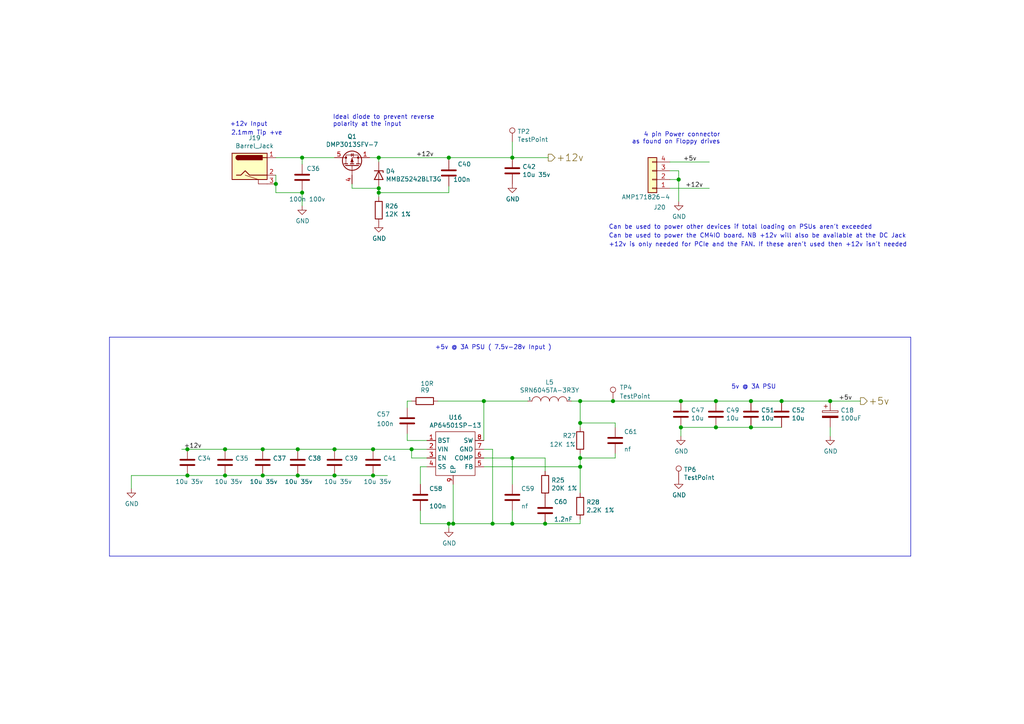
<source format=kicad_sch>
(kicad_sch (version 20211123) (generator eeschema)
  (paper "A4")
  (title_block (title "Compute Module 4 IO Board - PSUs") (company "© 2020-2022 Raspberry Pi Ltd (formerly Raspberry Pi (Trading) Ltd.)") (comment 1 "www.raspberrypi.com"))
  (lib_symbols
    (symbol "CM4IO:AP64351"
      (property "Reference" "U" (at 0 8.89 0))
      (property "Value" "AP64351" (at 1.27 6.35 0))
      (symbol "AP64351_0_1"
        (rectangle (start -5.08 5.08) (end 6.35 -7.62))
      )
      (symbol "AP64351_1_1"
        (pin passive line (at -7.62 2.54 0) (length 2.54) (name "BST") (number "1"))
        (pin power_in line (at -7.62 0 0) (length 2.54) (name "VIN") (number "2"))
        (pin input line (at -7.62 -2.54 0) (length 2.54) (name "EN") (number "3"))
        (pin input line (at -7.62 -5.08 0) (length 2.54) (name "SS") (number "4"))
        (pin input line (at 8.89 -5.08 180) (length 2.54) (name "FB") (number "5"))
        (pin input line (at 8.89 -2.54 180) (length 2.54) (name "COMP") (number "6"))
        (pin power_in line (at 8.89 0 180) (length 2.54) (name "GND") (number "7"))
        (pin output line (at 8.89 2.54 180) (length 2.54) (name "SW") (number "8"))
        (pin passive line (at 0 -10.16 90) (length 2.54) (name "EP") (number "9"))
      )
    )
    (symbol "CM4IO:Barrel_Jack"
      (property "Reference" "J" (at 0 5.334 0))
      (property "Value" "Barrel_Jack" (at 0 -5.08 0))
      (symbol "Barrel_Jack_0_1"
        (rectangle (start -5.08 3.81) (end 5.08 -3.81) (stroke (width 0.254)) (fill (type background)))
        (arc (start -3.302 3.175) (mid -3.937 2.54) (end -3.302 1.905) (stroke (width 0.254)))
        (arc (start -3.302 3.175) (mid -3.937 2.54) (end -3.302 1.905) (stroke (width 0.254)) (fill (type outline)))
        (polyline (pts (xy 5.08 2.54) (xy 3.81 2.54)) (stroke (width 0.254)))
        (polyline (pts (xy 5.08 -5.08) (xy 2.54 -5.08) (xy 2.54 -3.81) (xy -1.27 -2.54)))
        (polyline (pts (xy -3.81 -2.54) (xy -2.54 -2.54) (xy -1.27 -1.27) (xy 0 -2.54) (xy 2.54 -2.54) (xy 5.08 -2.54)) (stroke (width 0.254)))
        (rectangle (start 3.683 3.175) (end -3.302 1.905) (stroke (width 0.254)) (fill (type outline)))
      )
      (symbol "Barrel_Jack_1_1"
        (pin passive line (at 7.62 2.54 180) (length 2.54) (name "~") (number "1"))
        (pin passive line (at 7.62 -2.54 180) (length 2.54) (name "~") (number "2"))
        (pin passive line (at 7.62 -5.08 180) (length 2.54) (name "~") (number "3"))
      )
    )
    (symbol "Connector:TestPoint" (pin_numbers hide) (pin_names (offset 0.762) hide)
      (property "Reference" "TP" (at 0 6.858 0))
      (property "Value" "TestPoint" (at 0 5.08 0))
      (symbol "TestPoint_0_1"
        (circle (center 0 3.302) (radius 0.762))
      )
      (symbol "TestPoint_1_1"
        (pin passive line (at 0 0 90) (length 2.54) (name "1") (number "1"))
      )
    )
    (symbol "Connector_Generic:Conn_01x04" (pin_names hide)
      (property "Reference" "J" (at 0 5.08 0))
      (property "Value" "Conn_01x04" (at 0 -7.62 0))
      (symbol "Conn_01x04_1_1"
        (rectangle (start -1.27 -4.953) (end 0 -5.207))
        (rectangle (start -1.27 -2.413) (end 0 -2.667))
        (rectangle (start -1.27 0.127) (end 0 -0.127))
        (rectangle (start -1.27 2.667) (end 0 2.413))
        (rectangle (start -1.27 3.81) (end 1.27 -6.35) (stroke (width 0.254)) (fill (type background)))
        (pin passive line (at -5.08 2.54 0) (length 3.81) (name "Pin_1") (number "1"))
        (pin passive line (at -5.08 0 0) (length 3.81) (name "Pin_2") (number "2"))
        (pin passive line (at -5.08 -2.54 0) (length 3.81) (name "Pin_3") (number "3"))
        (pin passive line (at -5.08 -5.08 0) (length 3.81) (name "Pin_4") (number "4"))
      )
    )
    (symbol "Device:C" (pin_numbers hide) (pin_names (offset 0.254))
      (property "Reference" "C" (at 0.635 2.54 0))
      (property "Value" "C" (at 0.635 -2.54 0))
      (symbol "C_0_1"
        (polyline (pts (xy -2.032 -0.762) (xy 2.032 -0.762)) (stroke (width 0.508)))
        (polyline (pts (xy -2.032 0.762) (xy 2.032 0.762)) (stroke (width 0.508)))
      )
      (symbol "C_1_1"
        (pin passive line (at 0 3.81 270) (length 2.794) (name "~") (number "1"))
        (pin passive line (at 0 -3.81 90) (length 2.794) (name "~") (number "2"))
      )
    )
    (symbol "Device:CP" (pin_numbers hide) (pin_names (offset 0.254))
      (property "Reference" "C" (at 0.635 2.54 0))
      (property "Value" "CP" (at 0.635 -2.54 0))
      (symbol "CP_0_1"
        (rectangle (start -2.286 0.508) (end 2.286 1.016))
        (polyline (pts (xy -1.778 2.286) (xy -0.762 2.286)))
        (polyline (pts (xy -1.27 2.794) (xy -1.27 1.778)))
        (rectangle (start 2.286 -0.508) (end -2.286 -1.016) (fill (type outline)))
      )
      (symbol "CP_1_1"
        (pin passive line (at 0 3.81 270) (length 2.794) (name "~") (number "1"))
        (pin passive line (at 0 -3.81 90) (length 2.794) (name "~") (number "2"))
      )
    )
    (symbol "Device:R" (pin_numbers hide) (pin_names (offset 0))
      (property "Reference" "R" (at 2.032 0 90))
      (property "Value" "R" (at 0 0 90))
      (symbol "R_0_1"
        (rectangle (start -1.016 -2.54) (end 1.016 2.54) (stroke (width 0.254)))
      )
      (symbol "R_1_1"
        (pin passive line (at 0 3.81 270) (length 1.27) (name "~") (number "1"))
        (pin passive line (at 0 -3.81 90) (length 1.27) (name "~") (number "2"))
      )
    )
    (symbol "Diode:BZX84Cxx" (pin_numbers hide) (pin_names hide)
      (property "Reference" "D" (at 0 2.54 0))
      (property "Value" "BZX84Cxx" (at 0 -2.54 0))
      (symbol "BZX84Cxx_0_1"
        (polyline (pts (xy 1.27 0) (xy -1.27 0)))
        (polyline (pts (xy -1.27 -1.27) (xy -1.27 1.27) (xy -0.762 1.27)) (stroke (width 0.254)))
        (polyline (pts (xy 1.27 -1.27) (xy 1.27 1.27) (xy -1.27 0) (xy 1.27 -1.27)) (stroke (width 0.254)))
      )
      (symbol "BZX84Cxx_1_1"
        (pin passive line (at -3.81 0 0) (length 2.54) (name "K") (number "1"))
        (pin passive line (at 3.81 0 180) (length 2.54) (name "A") (number "2"))
      )
    )
    (symbol "Transistor_FET:DMP3013SFV" (pin_names hide)
      (property "Reference" "Q" (at 5.08 1.905 0))
      (property "Value" "DMP3013SFV" (at 5.08 0 0))
      (symbol "DMP3013SFV_0_1"
        (polyline (pts (xy 0.254 0) (xy -2.54 0)))
        (polyline (pts (xy 0.254 1.905) (xy 0.254 -1.905)) (stroke (width 0.254)))
        (polyline (pts (xy 0.762 -1.27) (xy 0.762 -2.286)) (stroke (width 0.254)))
        (polyline (pts (xy 0.762 0.508) (xy 0.762 -0.508)) (stroke (width 0.254)))
        (polyline (pts (xy 0.762 2.286) (xy 0.762 1.27)) (stroke (width 0.254)))
        (polyline (pts (xy 2.54 2.54) (xy 2.54 1.778)))
        (polyline (pts (xy 2.54 -2.54) (xy 2.54 0) (xy 0.762 0)))
        (polyline (pts (xy 0.762 1.778) (xy 3.302 1.778) (xy 3.302 -1.778) (xy 0.762 -1.778)))
        (polyline (pts (xy 2.286 0) (xy 1.27 0.381) (xy 1.27 -0.381) (xy 2.286 0)) (fill (type outline)))
        (polyline (pts (xy 2.794 -0.508) (xy 2.921 -0.381) (xy 3.683 -0.381) (xy 3.81 -0.254)))
        (polyline (pts (xy 3.302 -0.381) (xy 2.921 0.254) (xy 3.683 0.254) (xy 3.302 -0.381)))
        (circle (center 1.651 0) (radius 2.794) (stroke (width 0.254)))
        (circle (center 2.54 -1.778) (radius 0.254) (fill (type outline)))
        (circle (center 2.54 1.778) (radius 0.254) (fill (type outline)))
      )
      (symbol "DMP3013SFV_1_1"
        (pin passive line (at 2.54 -5.08 90) (length 2.54) (name "S") (number "1"))
        (pin passive line (at 2.54 -5.08 90) (length 2.54) hide (name "S") (number "2"))
        (pin passive line (at 2.54 -5.08 90) (length 2.54) hide (name "S") (number "3"))
        (pin passive line (at -5.08 0 0) (length 2.54) (name "G") (number "4"))
        (pin passive line (at 2.54 5.08 270) (length 2.54) (name "D") (number "5"))
      )
    )
    (symbol "power:GND" (power) (pin_names (offset 0))
      (property "Value" "GND" (at 0 -3.81 0))
      (symbol "GND_0_1"
        (polyline (pts (xy 0 0) (xy 0 -1.27) (xy 1.27 -1.27) (xy 0 -2.54) (xy -1.27 -1.27) (xy 0 -1.27)))
      )
      (symbol "GND_1_1"
        (pin power_in line (at 0 0 270) (length 0) hide (name "GND") (number "1"))
      )
    )
    (symbol "pspice:INDUCTOR" (pin_numbers hide) (pin_names (offset 0))
      (property "Reference" "L" (at 0 2.54 0))
      (property "Value" "INDUCTOR" (at 0 -1.27 0))
      (symbol "INDUCTOR_0_1"
        (arc (start -2.54 0) (mid -3.81 1.27) (end -5.08 0))
        (arc (start 0 0) (mid -1.27 1.27) (end -2.54 0))
        (arc (start 2.54 0) (mid 1.27 1.27) (end 0 0))
        (arc (start 5.08 0) (mid 3.81 1.27) (end 2.54 0))
      )
      (symbol "INDUCTOR_1_1"
        (pin input line (at -6.35 0 0) (length 1.27) (name "1") (number "1"))
        (pin input line (at 6.35 0 180) (length 1.27) (name "2") (number "2"))
      )
    )
  )
  (junction (at 76.2 130.302) (diameter 1.016))
  (junction (at 108.204 130.302) (diameter 1.016))
  (junction (at 140.335 116.332) (diameter 1.016))
  (junction (at 226.695 116.332) (diameter 1.016))
  (junction (at 142.875 151.892) (diameter 1.016))
  (junction (at 131.445 151.892) (diameter 1.016))
  (junction (at 130.175 45.72) (diameter 1.016))
  (junction (at 207.645 123.952) (diameter 1.016))
  (junction (at 76.2 137.922) (diameter 1.016))
  (junction (at 109.855 54.61) (diameter 1.016))
  (junction (at 148.59 45.72) (diameter 1.016))
  (junction (at 240.792 116.332) (diameter 1.016))
  (junction (at 80.01 53.34) (diameter 1.016))
  (junction (at 207.645 116.332) (diameter 1.016))
  (junction (at 109.855 45.72) (diameter 1.016))
  (junction (at 168.275 135.382) (diameter 1.016))
  (junction (at 97.028 130.302) (diameter 1.016))
  (junction (at 97.028 137.922) (diameter 1.016))
  (junction (at 108.204 137.922) (diameter 1.016))
  (junction (at 54.356 130.302) (diameter 1.016))
  (junction (at 168.275 116.332) (diameter 1.016))
  (junction (at 168.275 122.682) (diameter 1.016))
  (junction (at 158.115 151.892) (diameter 1.016))
  (junction (at 148.59 151.892) (diameter 1.016))
  (junction (at 197.485 116.332) (diameter 1.016))
  (junction (at 130.175 151.892) (diameter 1.016))
  (junction (at 177.8 116.332) (diameter 1.016))
  (junction (at 196.85 52.07) (diameter 1.016))
  (junction (at 148.59 132.842) (diameter 1.016))
  (junction (at 217.805 116.332) (diameter 1.016))
  (junction (at 119.38 130.302) (diameter 1.016))
  (junction (at 87.63 45.72) (diameter 1.016))
  (junction (at 65.278 130.302) (diameter 1.016))
  (junction (at 86.36 137.922) (diameter 1.016))
  (junction (at 54.356 137.922) (diameter 1.016))
  (junction (at 65.278 137.922) (diameter 1.016))
  (junction (at 109.855 55.88) (diameter 1.016))
  (junction (at 86.36 130.302) (diameter 1.016))
  (junction (at 197.485 123.952) (diameter 1.016))
  (junction (at 217.805 123.952) (diameter 1.016))
  (junction (at 168.275 132.842) (diameter 1.016))
  (junction (at 87.63 55.88) (diameter 1.016))
  (polyline (pts (xy 264.16 161.29) (xy 31.75 161.29)) (stroke (width 0) (type solid)))
  (wire (pts (xy 108.204 130.302) (xy 119.38 130.302)))
  (wire (pts (xy 148.59 151.892) (xy 158.115 151.892)))
  (polyline (pts (xy 31.75 97.79) (xy 264.16 97.79)) (stroke (width 0) (type solid)))
  (wire (pts (xy 194.31 49.53) (xy 196.85 49.53)))
  (wire (pts (xy 142.875 151.892) (xy 148.59 151.892)))
  (wire (pts (xy 131.445 140.462) (xy 131.445 151.892)))
  (wire (pts (xy 118.11 116.332) (xy 119.38 116.332)))
  (polyline (pts (xy 264.16 97.79) (xy 264.16 161.29)) (stroke (width 0) (type solid)))
  (wire (pts (xy 118.11 127.762) (xy 123.825 127.762)))
  (wire (pts (xy 109.855 45.72) (xy 130.175 45.72)))
  (wire (pts (xy 226.695 123.952) (xy 217.805 123.952)))
  (wire (pts (xy 158.115 151.892) (xy 168.275 151.892)))
  (wire (pts (xy 76.2 137.922) (xy 86.36 137.922)))
  (wire (pts (xy 97.028 137.922) (xy 108.204 137.922)))
  (wire (pts (xy 197.485 116.332) (xy 207.645 116.332)))
  (wire (pts (xy 148.59 148.082) (xy 148.59 151.892)))
  (wire (pts (xy 197.485 123.952) (xy 197.485 126.492)))
  (wire (pts (xy 140.335 135.382) (xy 168.275 135.382)))
  (wire (pts (xy 80.01 55.88) (xy 87.63 55.88)))
  (wire (pts (xy 65.278 137.922) (xy 76.2 137.922)))
  (wire (pts (xy 118.11 125.857) (xy 118.11 127.762)))
  (wire (pts (xy 119.38 130.302) (xy 123.825 130.302)))
  (wire (pts (xy 196.85 52.07) (xy 196.85 58.42)))
  (wire (pts (xy 165.735 116.332) (xy 168.275 116.332)))
  (wire (pts (xy 148.59 45.72) (xy 159.004 45.72)))
  (wire (pts (xy 86.36 130.302) (xy 97.028 130.302)))
  (wire (pts (xy 130.175 45.72) (xy 148.59 45.72)))
  (wire (pts (xy 168.275 122.682) (xy 178.435 122.682)))
  (wire (pts (xy 142.875 130.302) (xy 142.875 151.892)))
  (wire (pts (xy 217.805 116.332) (xy 226.695 116.332)))
  (wire (pts (xy 194.31 54.61) (xy 205.74 54.61)))
  (wire (pts (xy 240.792 116.332) (xy 249.555 116.332)))
  (wire (pts (xy 118.11 118.237) (xy 118.11 116.332)))
  (wire (pts (xy 148.59 41.148) (xy 148.59 45.72)))
  (wire (pts (xy 65.278 130.302) (xy 76.2 130.302)))
  (wire (pts (xy 140.335 130.302) (xy 142.875 130.302)))
  (wire (pts (xy 158.115 136.652) (xy 158.115 132.842)))
  (wire (pts (xy 119.38 132.842) (xy 123.825 132.842)))
  (wire (pts (xy 168.275 132.842) (xy 178.435 132.842)))
  (wire (pts (xy 196.85 49.53) (xy 196.85 52.07)))
  (wire (pts (xy 109.855 55.88) (xy 130.175 55.88)))
  (wire (pts (xy 121.92 151.892) (xy 130.175 151.892)))
  (wire (pts (xy 168.275 151.892) (xy 168.275 150.622)))
  (wire (pts (xy 109.855 54.61) (xy 109.855 55.88)))
  (wire (pts (xy 168.275 135.382) (xy 168.275 143.002)))
  (wire (pts (xy 168.275 116.332) (xy 177.8 116.332)))
  (wire (pts (xy 102.108 53.34) (xy 102.108 54.61)))
  (wire (pts (xy 131.445 151.892) (xy 142.875 151.892)))
  (wire (pts (xy 177.8 116.332) (xy 197.485 116.332)))
  (wire (pts (xy 87.63 45.72) (xy 97.028 45.72)))
  (wire (pts (xy 97.028 130.302) (xy 108.204 130.302)))
  (wire (pts (xy 107.188 45.72) (xy 109.855 45.72)))
  (wire (pts (xy 119.38 130.302) (xy 119.38 132.842)))
  (wire (pts (xy 168.275 131.572) (xy 168.275 132.842)))
  (wire (pts (xy 130.175 55.88) (xy 130.175 53.975)))
  (wire (pts (xy 140.335 116.332) (xy 153.035 116.332)))
  (wire (pts (xy 217.805 123.952) (xy 207.645 123.952)))
  (wire (pts (xy 207.645 123.952) (xy 197.485 123.952)))
  (wire (pts (xy 80.01 53.34) (xy 80.01 50.8)))
  (wire (pts (xy 86.36 137.922) (xy 97.028 137.922)))
  (wire (pts (xy 52.705 130.302) (xy 54.356 130.302)))
  (wire (pts (xy 76.2 130.302) (xy 86.36 130.302)))
  (wire (pts (xy 127 116.332) (xy 140.335 116.332)))
  (wire (pts (xy 54.356 130.302) (xy 65.278 130.302)))
  (wire (pts (xy 140.335 132.842) (xy 148.59 132.842)))
  (wire (pts (xy 130.175 45.72) (xy 130.175 46.355)))
  (wire (pts (xy 87.63 55.88) (xy 87.63 59.69)))
  (wire (pts (xy 109.855 45.72) (xy 109.855 46.99)))
  (wire (pts (xy 80.01 45.72) (xy 87.63 45.72)))
  (wire (pts (xy 38.1 137.922) (xy 54.356 137.922)))
  (wire (pts (xy 87.63 55.245) (xy 87.63 55.88)))
  (wire (pts (xy 109.855 55.88) (xy 109.855 57.15)))
  (wire (pts (xy 168.275 122.682) (xy 168.275 123.952)))
  (wire (pts (xy 121.92 148.082) (xy 121.92 151.892)))
  (wire (pts (xy 178.435 132.842) (xy 178.435 131.572)))
  (wire (pts (xy 130.175 153.162) (xy 130.175 151.892)))
  (wire (pts (xy 38.1 137.922) (xy 38.1 141.732)))
  (wire (pts (xy 123.825 135.382) (xy 121.92 135.382)))
  (polyline (pts (xy 31.75 97.79) (xy 31.75 161.29)) (stroke (width 0) (type solid)))
  (wire (pts (xy 102.108 54.61) (xy 109.855 54.61)))
  (wire (pts (xy 54.356 137.922) (xy 65.278 137.922)))
  (wire (pts (xy 80.01 55.88) (xy 80.01 53.34)))
  (wire (pts (xy 87.63 45.72) (xy 87.63 47.625)))
  (wire (pts (xy 168.275 132.842) (xy 168.275 135.382)))
  (wire (pts (xy 226.695 116.332) (xy 240.792 116.332)))
  (wire (pts (xy 194.31 46.99) (xy 205.74 46.99)))
  (wire (pts (xy 108.204 137.922) (xy 112.395 137.922)))
  (wire (pts (xy 121.92 135.382) (xy 121.92 140.462)))
  (wire (pts (xy 148.59 132.842) (xy 148.59 140.462)))
  (wire (pts (xy 240.792 123.952) (xy 240.792 126.492)))
  (wire (pts (xy 140.335 116.332) (xy 140.335 127.762)))
  (wire (pts (xy 168.275 116.332) (xy 168.275 122.682)))
  (wire (pts (xy 130.175 151.892) (xy 131.445 151.892)))
  (wire (pts (xy 194.31 52.07) (xy 196.85 52.07)))
  (wire (pts (xy 178.435 122.682) (xy 178.435 123.952)))
  (wire (pts (xy 207.645 116.332) (xy 217.805 116.332)))
  (wire (pts (xy 148.59 132.842) (xy 158.115 132.842)))
  (text "+12v Input" (at 66.675 36.83 0) (effects (font (size 1.27 1.27)) (justify left bottom)))
  (text "Can be used to power other devices if total loading on PSUs aren't exceeded" (at 176.53 66.675 0) (effects (font (size 1.27 1.27)) (justify left bottom)))
  (text "5v @ 3A PSU\n" (at 212.09 113.03 0) (effects (font (size 1.27 1.27)) (justify left bottom)))
  (text "+12v is only needed for PCIe and the FAN. If these aren't used then +12v isn't needed" (at 176.53 71.755 0) (effects (font (size 1.27 1.27)) (justify left bottom)))
  (text "Can be used to power the CM4IO board. NB +12v will also be available at the DC Jack" (at 176.53 69.215 0) (effects (font (size 1.27 1.27)) (justify left bottom)))
  (text "2.1mm Tip +ve" (at 81.915 39.37 180) (effects (font (size 1.27 1.27)) (justify right bottom)))
  (text "Ideal diode to prevent reverse\npolarity at the input" (at 96.52 36.83 0) (effects (font (size 1.27 1.27)) (justify left bottom)))
  (text "4 pin Power connector\nas found on Floppy drives" (at 208.915 41.91 180) (effects (font (size 1.27 1.27)) (justify right bottom)))
  (text "+5v @ 3A PSU ( 7.5v-28v Input )" (at 160.02 101.6 180) (effects (font (size 1.27 1.27)) (justify right bottom)))
  (label "+5v" (at 243.205 116.332 0))
  (label "+12v" (at 198.755 54.61 0))
  (label "+12v" (at 120.65 45.72 0))
  (label "+5v" (at 198.12 46.99 0))
  (label "+12v" (at 53.34 130.302 0))
  (hierarchical_label "+12v" (shape output) (at 159.004 45.72 0) (effects (font (size 2.0066 2.0066))))
  (hierarchical_label "+5v" (shape output) (at 249.555 116.332 0) (effects (font (size 2.0066 2.0066))))
  (symbol (lib_id "power:GND") (at 148.59 53.34 0) (unit 1)
    (property "Reference" "#PWR043" (effects hide))
    (property "Value" "GND" (at 148.717 57.7342 0))
  )
  (symbol (lib_id "power:GND") (at 87.63 59.69 0) (unit 1)
    (property "Reference" "#PWR041" (effects hide))
    (property "Value" "GND" (at 87.757 64.0842 0))
  )
  (symbol (lib_id "Device:C") (at 197.485 120.142 0) (unit 1)
    (property "Reference" "C47" (at 200.406 118.9736 0) (effects (justify left)))
    (property "Value" "10u" (at 200.406 121.285 0) (effects (justify left)))
    (property "Footprint" "Capacitor_SMD:C_0805_2012Metric" (effects hide))
    (property "Datasheet" "https://search.murata.co.jp/Ceramy/image/img/A01X/G101/ENG/GRM21BR71A106KA73-01.pdf" (effects hide))
    (property "Field5" "490-14381-1-ND" (effects hide))
    (property "Field4" "Digikey" (effects hide))
    (property "Field6" "GRM21BR71A106KA73L" (effects hide))
    (property "Field7" "Murata" (effects hide))
    (property "Part Description" "	10uF 10% 10V Ceramic Capacitor X7R 0805 (2012 Metric)" (effects hide))
    (property "Field8" "111893011" (effects hide))
  )
  (symbol (lib_id "Device:C") (at 207.645 120.142 0) (unit 1)
    (property "Reference" "C49" (at 210.566 118.9736 0) (effects (justify left)))
    (property "Value" "10u" (at 210.566 121.285 0) (effects (justify left)))
    (property "Footprint" "Capacitor_SMD:C_0805_2012Metric" (effects hide))
    (property "Datasheet" "https://search.murata.co.jp/Ceramy/image/img/A01X/G101/ENG/GRM21BR71A106KA73-01.pdf" (effects hide))
    (property "Field5" "490-14381-1-ND" (effects hide))
    (property "Field4" "Digikey" (effects hide))
    (property "Field6" "GRM21BR71A106KA73L" (effects hide))
    (property "Field7" "Murata" (effects hide))
    (property "Part Description" "	10uF 10% 10V Ceramic Capacitor X7R 0805 (2012 Metric)" (effects hide))
    (property "Field8" "111893011" (effects hide))
  )
  (symbol (lib_id "Device:C") (at 217.805 120.142 0) (unit 1)
    (property "Reference" "C51" (at 220.726 118.9736 0) (effects (justify left)))
    (property "Value" "10u" (at 220.726 121.285 0) (effects (justify left)))
    (property "Footprint" "Capacitor_SMD:C_0805_2012Metric" (effects hide))
    (property "Datasheet" "https://search.murata.co.jp/Ceramy/image/img/A01X/G101/ENG/GRM21BR71A106KA73-01.pdf" (effects hide))
    (property "Field5" "490-14381-1-ND" (effects hide))
    (property "Field4" "Digikey" (effects hide))
    (property "Field6" "GRM21BR71A106KA73L" (effects hide))
    (property "Field7" "Murata" (effects hide))
    (property "Part Description" "	10uF 10% 10V Ceramic Capacitor X7R 0805 (2012 Metric)" (effects hide))
    (property "Field8" "111893011" (effects hide))
  )
  (symbol (lib_id "Device:C") (at 226.695 120.142 0) (unit 1)
    (property "Reference" "C52" (at 229.616 118.9736 0) (effects (justify left)))
    (property "Value" "10u" (at 229.616 121.285 0) (effects (justify left)))
    (property "Footprint" "Capacitor_SMD:C_0805_2012Metric" (effects hide))
    (property "Datasheet" "https://search.murata.co.jp/Ceramy/image/img/A01X/G101/ENG/GRM21BR71A106KA73-01.pdf" (effects hide))
    (property "Field5" "490-14381-1-ND" (effects hide))
    (property "Field4" "Digikey" (effects hide))
    (property "Field6" "GRM21BR71A106KA73L" (effects hide))
    (property "Field7" "Murata" (effects hide))
    (property "Part Description" "	10uF 10% 10V Ceramic Capacitor X7R 0805 (2012 Metric)" (effects hide))
    (property "Field8" "111893011" (effects hide))
  )
  (symbol (lib_id "Device:C") (at 87.63 51.435 0) (unit 1)
    (property "Reference" "C36" (at 88.9 48.895 0) (effects (justify left)))
    (property "Value" "100n 100v" (at 83.82 57.785 0) (effects (justify left)))
    (property "Footprint" "Capacitor_SMD:C_0402_1005Metric" (effects hide))
    (property "Datasheet" "https://psearch.en.murata.com/capacitor/product/GRM155R62A104KE14%23.pdf" (effects hide))
    (property "Field4" "Farnell" (effects hide))
    (property "Field5" "2611907" (effects hide))
    (property "Field6" "GRM155R62A104KE14D" (effects hide))
    (property "Field7" "Murata" (effects hide))
    (property "Part Description" "	0.1uF 10% 100V Ceramic Capacitor X5R 0402 (1005 Metric)" (effects hide))
  )
  (symbol (lib_id "power:GND") (at 109.855 64.77 0) (unit 1)
    (property "Reference" "#PWR042" (effects hide))
    (property "Value" "GND" (at 109.982 69.1642 0))
  )
  (symbol (lib_id "Connector_Generic:Conn_01x04") (at 189.23 52.07 180) (unit 1)
    (property "Reference" "J20" (at 191.3128 60.1218 0))
    (property "Value" "AMP171826-4" (at 187.325 57.15 0))
    (property "Footprint" "171826-4:TE_171826-4" (effects hide))
    (property "Datasheet" "https://www.te.com/usa-en/product-171826-4.html" (effects hide))
    (property "Field4" "Farnell" (effects hide))
    (property "Field5" "	1056115" (effects hide))
    (property "Field6" "AMP171826-4" (effects hide))
    (property "Field7" "AMP-TE" (effects hide))
    (property "Part Description" "Wire-To-Board Connector, Right Angle, 2.54 mm, 4 Contacts, Header, AMP EI Series, Through Hole" (effects hide))
  )
  (symbol (lib_id "power:GND") (at 196.85 58.42 0) (unit 1)
    (property "Reference" "#PWR045" (effects hide))
    (property "Value" "GND" (at 196.977 62.8142 0))
  )
  (symbol (lib_id "CM4IO:Barrel_Jack") (at 72.39 48.26 0) (unit 1)
    (property "Reference" "J19" (at 73.8378 40.005 0))
    (property "Value" "Barrel_Jack" (at 73.8378 42.3164 0))
    (property "Footprint" "Connector_BarrelJack:BarrelJack_Horizontal" (effects hide))
    (property "Datasheet" "https://www.toby.co.uk/uploads/publications/842.pdf" (effects hide))
    (property "Field4" "Toby" (effects hide))
    (property "Field5" "DC-001-A-2.1mm-R" (effects hide))
    (property "Part Description" "DC Power Connectors PCB 2.1MM" (effects hide))
    (property "Field6" "DC-001-A-2.1mm-R" (effects hide))
    (property "Field7" "Valcon" (effects hide))
  )
  (symbol (lib_id "Diode:BZX84Cxx") (at 109.855 50.8 270) (unit 1)
    (property "Reference" "D4" (at 111.887 49.657 90) (effects (justify left)))
    (property "Value" "MMBZ5242BLT3G" (at 111.887 51.943 90) (effects (justify left)))
    (property "Footprint" "Diode_SMD:D_SOT-23_ANK" (effects hide))
    (property "Datasheet" "https://diotec.com/tl_files/diotec/files/pdf/datasheets/bzx84c2v4.pdf" (effects hide))
    (property "Field4" "Digikey" (effects hide))
    (property "Field5" "	MMBZ5242BLT3GOSCT-ND" (effects hide))
    (property "Field6" "MMBZ5242BLT3G" (effects hide))
    (property "Field7" "Onsemi" (effects hide))
    (property "Part Description" "	Zener Diode 12V 225mW 5% Surface Mount SOT-23-3 (TO-236)" (effects hide))
  )
  (symbol (lib_id "Device:R") (at 109.855 60.96 0) (unit 1)
    (property "Reference" "R26" (at 111.633 59.7916 0) (effects (justify left)))
    (property "Value" "12K 1%" (at 111.633 62.103 0) (effects (justify left)))
    (property "Footprint" "Resistor_SMD:R_0402_1005Metric" (effects hide))
    (property "Datasheet" "https://fscdn.rohm.com/en/products/databook/datasheet/passive/resistor/chip_resistor/mcr-e.pdf" (effects hide))
    (property "Field4" "Farnell" (effects hide))
    (property "Field5" "9239367" (effects hide))
    (property "Field7" "Rohm" (effects hide))
    (property "Field6" "MCR01MZPF1202" (effects hide))
    (property "Part Description" "Resistor 12K M1005 1% 63mW" (effects hide))
  )
  (symbol (lib_id "Device:C") (at 130.175 50.165 0) (unit 1)
    (property "Reference" "C40" (at 132.715 47.625 0) (effects (justify left)))
    (property "Value" "100n" (at 131.445 52.07 0) (effects (justify left)))
    (property "Footprint" "Capacitor_SMD:C_0402_1005Metric" (effects hide))
    (property "Datasheet" "https://search.murata.co.jp/Ceramy/image/img/A01X/G101/ENG/GRM155R71C104KA88-01.pdf" (effects hide))
    (property "Field4" "Farnell" (effects hide))
    (property "Field5" "2611911" (effects hide))
    (property "Field6" "RM EMK105 B7104KV-F" (effects hide))
    (property "Field7" "TAIYO YUDEN EUROPE GMBH" (effects hide))
    (property "Part Description" "	0.1uF 10% 16V Ceramic Capacitor X7R 0402 (1005 Metric)" (effects hide))
    (property "Field8" "110091611" (effects hide))
  )
  (symbol (lib_id "power:GND") (at 197.485 126.492 0) (unit 1)
    (property "Reference" "#PWR0118" (effects hide))
    (property "Value" "GND" (at 197.612 130.8862 0))
  )
  (symbol (lib_id "Device:C") (at 118.11 122.047 0) (unit 1)
    (property "Reference" "C57" (at 109.22 120.142 0) (effects (justify left)))
    (property "Value" "100n" (at 109.22 122.936 0) (effects (justify left)))
    (property "Footprint" "Capacitor_SMD:C_0402_1005Metric" (effects hide))
    (property "Datasheet" "https://search.murata.co.jp/Ceramy/image/img/A01X/G101/ENG/GRM155R71C104KA88-01.pdf" (effects hide))
    (property "Field4" "Farnell" (effects hide))
    (property "Field5" "2611911" (effects hide))
    (property "Field6" "RM EMK105 B7104KV-F" (effects hide))
    (property "Field7" "TAIYO YUDEN EUROPE GMBH" (effects hide))
    (property "Part Description" "	0.1uF 10% 16V Ceramic Capacitor X7R 0402 (1005 Metric)" (effects hide))
    (property "Field8" "110091611" (effects hide))
  )
  (symbol (lib_id "Device:R") (at 123.19 116.332 270) (unit 1)
    (property "Reference" "R9" (at 121.92 113.157 90) (effects (justify left)))
    (property "Value" "10R" (at 121.92 111.252 90) (effects (justify left)))
    (property "Footprint" "Resistor_SMD:R_0402_1005Metric" (effects hide))
    (property "Datasheet" "https://fscdn.rohm.com/en/products/databook/datasheet/passive/resistor/chip_resistor/mcr-e.pdf" (effects hide))
    (property "Field4" "Farnell" (effects hide))
    (property "Field5" "9238999" (effects hide))
    (property "Field7" "Yageo" (effects hide))
    (property "Field6" "RC0402FR-0710RL" (effects hide))
    (property "Field8" "URES00256" (effects hide))
    (property "Part Description" "Resistor 10R M1005 1% 63mW" (effects hide))
  )
  (symbol (lib_id "Device:C") (at 178.435 127.762 0) (unit 1)
    (property "Reference" "C61" (at 180.975 125.222 0) (effects (justify left)))
    (property "Value" "nf" (at 180.975 130.302 0) (effects (justify left)))
    (property "Footprint" "Capacitor_SMD:C_0402_1005Metric" (effects hide))
    (property "Datasheet" "http://www.farnell.com/datasheets/2048267.pdf?_ga=2.222777691.1738794919.1588350964-1787849031.1568210898&_gac=1.250356018.1588350964.EAIaIQobChMIgrHHs4yT6QIVxevtCh39TA_nEAAYASAAEgK8PfD_BwE" (effects hide))
    (property "Field4" "Farnell" (effects hide))
    (property "Field5" "2666374" (effects hide))
    (property "Field6" "GRM1555C1H221JA01D" (effects hide))
    (property "Field7" "Murata" (effects hide))
    (property "Part Description" "220 pF, 50 V, 0402 [1005 Metric], ± 5%, C0G / NP0/CH, GCM Series" (effects hide))
  )
  (symbol (lib_id "Device:R") (at 168.275 127.762 0) (unit 1)
    (property "Reference" "R27" (at 163.195 126.365 0) (effects (justify left)))
    (property "Value" "12K 1%" (at 159.385 128.905 0) (effects (justify left)))
    (property "Footprint" "Resistor_SMD:R_0402_1005Metric" (effects hide))
    (property "Datasheet" "https://fscdn.rohm.com/en/products/databook/datasheet/passive/resistor/chip_resistor/mcr-e.pdf" (effects hide))
    (property "Field4" "Farnell" (effects hide))
    (property "Field5" "9239367" (effects hide))
    (property "Field7" "Rohm" (effects hide))
    (property "Field6" "MCR01MZPF1202" (effects hide))
    (property "Part Description" "Resistor 12K M1005 1% 63mW" (effects hide))
  )
  (symbol (lib_id "pspice:INDUCTOR") (at 159.385 116.332 0) (unit 1)
    (property "Reference" "L5" (at 159.385 110.871 0))
    (property "Value" "SRN6045TA-3R3Y" (at 159.385 113.1824 0))
    (property "Footprint" "Inductor_SMD:L_Bourns_SRN6045TA" (effects hide))
    (property "Datasheet" "https://www.bourns.com/docs/Product-Datasheets/SRN6045TA.pdf" (effects hide))
    (property "Field4" "Farnell" (effects hide))
    (property "Field5" "2616889" (effects hide))
    (property "Field6" "SRN6045TA-3R3Y" (effects hide))
    (property "Field7" "Bourns" (effects hide))
    (property "Part Description" "3.3µH Semi-Shielded Wirewound Inductor 7.8A 21mOhm Nonstandard" (effects hide))
  )
  (symbol (lib_id "Device:C") (at 158.115 148.082 0) (unit 1)
    (property "Reference" "C60" (at 160.655 145.542 0) (effects (justify left)))
    (property "Value" "1.2nF" (at 160.655 150.622 0) (effects (justify left)))
    (property "Footprint" "Capacitor_SMD:C_0402_1005Metric" (effects hide))
    (property "Datasheet" "http://www.farnell.com/datasheets/2734135.pdf?_ga=2.259347658.1738794919.1588350964-1787849031.1568210898&_gac=1.15394434.1588350964.EAIaIQobChMIgrHHs4yT6QIVxevtCh39TA_nEAAYASAAEgK8PfD_BwE" (effects hide))
    (property "Field4" "Digikey" (effects hide))
    (property "Field5" "490-16429-1-ND" (effects hide))
    (property "Field6" "GCM155R71H122KA37D" (effects hide))
    (property "Field7" "Murata" (effects hide))
    (property "Part Description" "1200pF 10% 10V Ceramic Capacitor X5R 0402 (1005 Metric)" (effects hide))
  )
  (symbol (lib_id "Device:C") (at 148.59 144.272 0) (unit 1)
    (property "Reference" "C59" (at 151.13 141.732 0) (effects (justify left)))
    (property "Value" "nf" (at 151.13 146.812 0) (effects (justify left)))
    (property "Footprint" "Capacitor_SMD:C_0402_1005Metric" (effects hide))
  )
  (symbol (lib_id "CM4IO:AP64351") (at 131.445 130.302 0) (unit 1)
    (property "Reference" "U16" (at 132.08 121.0564 0))
    (property "Value" "AP64501SP-13" (at 132.08 123.3678 0))
    (property "Footprint" "Package_SO:SOIC-8-1EP_3.9x4.9mm_P1.27mm_EP2.95x4.9mm_Mask2.71x3.4mm_ThermalVias" (effects hide))
    (property "Datasheet" "https://www.diodes.com/assets/Datasheets/AP64501.pdf" (effects hide))
    (property "Field4" "Digikey" (effects hide))
    (property "Field5" "31-AP64501SP-13CT-ND" (effects hide))
    (property "Field6" "AP64501SP-13" (effects hide))
    (property "Field7" "Diodes" (effects hide))
    (property "Part Description" "Buck Switching Regulator IC Positive Adjustable 0.8V 1 Output 5A 8-SOIC (0.154\", 3.90mm Width) Exposed Pad" (effects hide))
  )
  (symbol (lib_id "Device:C") (at 121.92 144.272 0) (unit 1)
    (property "Reference" "C58" (at 124.46 141.732 0) (effects (justify left)))
    (property "Value" "100n" (at 124.46 146.812 0) (effects (justify left)))
    (property "Footprint" "Capacitor_SMD:C_0402_1005Metric" (effects hide))
    (property "Datasheet" "https://search.murata.co.jp/Ceramy/image/img/A01X/G101/ENG/GRM155R71C104KA88-01.pdf" (effects hide))
    (property "Field4" "Farnell" (effects hide))
    (property "Field5" "2611911" (effects hide))
    (property "Field6" "RM EMK105 B7104KV-F" (effects hide))
    (property "Field7" "TAIYO YUDEN EUROPE GMBH" (effects hide))
    (property "Part Description" "	0.1uF 10% 16V Ceramic Capacitor X7R 0402 (1005 Metric)" (effects hide))
    (property "Field8" "110091611" (effects hide))
  )
  (symbol (lib_id "power:GND") (at 130.175 153.162 0) (unit 1)
    (property "Reference" "#PWR0119" (effects hide))
    (property "Value" "GND" (at 130.302 157.5562 0))
  )
  (symbol (lib_id "Device:R") (at 168.275 146.812 0) (unit 1)
    (property "Reference" "R28" (at 170.053 145.6436 0) (effects (justify left)))
    (property "Value" "2.2K 1%" (at 170.053 147.955 0) (effects (justify left)))
    (property "Footprint" "Resistor_SMD:R_0402_1005Metric" (effects hide))
    (property "Datasheet" "https://fscdn.rohm.com/en/products/databook/datasheet/passive/resistor/chip_resistor/mcr-e.pdf" (effects hide))
    (property "Field4" "Farnell" (effects hide))
    (property "Field5" "9239278" (effects hide))
    (property "Field6" "RK73G1ETQTP2201D         " (effects hide))
    (property "Field7" "KOA EUROPE GMBH" (effects hide))
    (property "Part Description" "Resistor 2.2K M1005 1% 63mW" (effects hide))
    (property "Field8" "120889581" (effects hide))
  )
  (symbol (lib_id "Device:R") (at 158.115 140.462 0) (unit 1)
    (property "Reference" "R25" (at 159.893 139.2936 0) (effects (justify left)))
    (property "Value" "20K 1%" (at 159.893 141.605 0) (effects (justify left)))
    (property "Footprint" "Resistor_SMD:R_0402_1005Metric" (effects hide))
    (property "Datasheet" "https://fscdn.rohm.com/en/products/databook/datasheet/passive/resistor/chip_resistor/mcr-e.pdf" (effects hide))
    (property "Field4" "Farnell" (effects hide))
    (property "Field5" "2331485" (effects hide))
    (property "Field7" "KOA EUROPE GMBH" (effects hide))
    (property "Field6" "RK73H1ETTP2002F" (effects hide))
    (property "Part Description" "Resistor 20K M1005 1% 63mW" (effects hide))
  )
  (symbol (lib_id "power:GND") (at 38.1 141.732 0) (unit 1)
    (property "Reference" "#PWR0120" (effects hide))
    (property "Value" "GND" (at 38.227 146.1262 0))
  )
  (symbol (lib_id "Connector:TestPoint") (at 148.59 41.148 0) (unit 1)
    (property "Reference" "TP2" (at 150.0632 38.1508 0) (effects (justify left)))
    (property "Value" "TestPoint" (at 150.0632 40.4622 0) (effects (justify left)))
    (property "Footprint" "TestPoint:TestPoint_Pad_2.0x2.0mm" (effects hide))
    (property "Field4" "nf" (effects hide))
    (property "Field5" "nf" (effects hide))
    (property "Field6" "nf" (effects hide))
    (property "Field7" "nf" (effects hide))
  )
  (symbol (lib_id "Connector:TestPoint") (at 196.85 139.192 0) (unit 1)
    (property "Reference" "TP6" (at 198.3232 136.1948 0) (effects (justify left)))
    (property "Value" "TestPoint" (at 198.3232 138.5062 0) (effects (justify left)))
    (property "Footprint" "TestPoint:TestPoint_Pad_2.0x2.0mm" (effects hide))
    (property "Field4" "nf" (effects hide))
    (property "Field5" "nf" (effects hide))
    (property "Field6" "nf" (effects hide))
    (property "Field7" "nf" (effects hide))
  )
  (symbol (lib_id "power:GND") (at 196.85 139.192 0) (unit 1)
    (property "Reference" "#PWR0122" (effects hide))
    (property "Value" "GND" (at 196.977 143.5862 0))
  )
  (symbol (lib_id "Transistor_FET:DMP3013SFV") (at 102.108 48.26 90) (unit 1)
    (property "Reference" "Q1" (at 102.108 39.5986 90))
    (property "Value" "DMP3013SFV-7" (at 102.108 41.91 90))
    (property "Footprint" "Package_SON:Diodes_PowerDI3333-8" (effects hide))
    (property "Datasheet" "https://www.diodes.com/assets/Datasheets/DMP3013SFV.pdf" (effects hide))
    (property "Field4" "Farnell" (effects hide))
    (property "Field5" "3405192" (effects hide))
    (property "Field6" "DMP3013SFV-7" (effects hide))
    (property "Field7" "Diodes" (effects hide))
    (property "Part Description" "DMP3013SFV-7 -  Power MOSFET, P Channel, 30 V, 12 A, 0.008 ohm, PowerDI3333, Surface Mount" (effects hide))
  )
  (symbol (lib_id "power:GND") (at 240.792 126.492 0) (unit 1)
    (property "Reference" "#PWR02" (effects hide))
    (property "Value" "GND" (at 240.919 130.8862 0))
  )
  (symbol (lib_id "Device:C") (at 108.204 134.112 0) (unit 1)
    (property "Reference" "C41" (at 111.125 132.9436 0) (effects (justify left)))
    (property "Value" "10u 35v" (at 105.41 139.7 0) (effects (justify left)))
    (property "Footprint" "Capacitor_SMD:C_0805_2012Metric" (effects hide))
    (property "Datasheet" "https://www.murata.com/en-global/products/productdetail.aspx?partno=GRM21BC8YA106ME11%23" (effects hide))
    (property "Field5" "490-10505-1-ND" (effects hide))
    (property "Field4" "Digikey" (effects hide))
    (property "Field6" "GRM21BC8YA106KE11L " (effects hide))
    (property "Field7" "Murata" (effects hide))
    (property "Part Description" "	10uF 10% or 20% 35V Ceramic Capacitor X6S 0805 (2012 Metric)" (effects hide))
  )
  (symbol (lib_id "Device:C") (at 97.028 134.112 0) (unit 1)
    (property "Reference" "C39" (at 99.949 132.9436 0) (effects (justify left)))
    (property "Value" "10u 35v" (at 93.98 139.7 0) (effects (justify left)))
    (property "Footprint" "Capacitor_SMD:C_0805_2012Metric" (effects hide))
    (property "Datasheet" "https://www.murata.com/en-global/products/productdetail.aspx?partno=GRM21BC8YA106ME11%23" (effects hide))
    (property "Field5" "490-10505-1-ND" (effects hide))
    (property "Field4" "Digikey" (effects hide))
    (property "Field6" "GRM21BC8YA106KE11L " (effects hide))
    (property "Field7" "Murata" (effects hide))
    (property "Part Description" "	10uF 10% or 20% 35V Ceramic Capacitor X6S 0805 (2012 Metric)" (effects hide))
  )
  (symbol (lib_id "Device:C") (at 86.36 134.112 0) (unit 1)
    (property "Reference" "C38" (at 89.281 132.9436 0) (effects (justify left)))
    (property "Value" "10u 35v" (at 82.55 139.7 0) (effects (justify left)))
    (property "Footprint" "Capacitor_SMD:C_0805_2012Metric" (effects hide))
    (property "Datasheet" "https://www.murata.com/en-global/products/productdetail.aspx?partno=GRM21BC8YA106ME11%23" (effects hide))
    (property "Field5" "490-10505-1-ND" (effects hide))
    (property "Field4" "Digikey" (effects hide))
    (property "Field6" "GRM21BC8YA106KE11L " (effects hide))
    (property "Field7" "Murata" (effects hide))
    (property "Part Description" "	10uF 10% or 20% 35V Ceramic Capacitor X6S 0805 (2012 Metric)" (effects hide))
  )
  (symbol (lib_id "Device:C") (at 76.2 134.112 0) (unit 1)
    (property "Reference" "C37" (at 79.121 132.9436 0) (effects (justify left)))
    (property "Value" "10u 35v" (at 72.39 139.7 0) (effects (justify left)))
    (property "Footprint" "Capacitor_SMD:C_0805_2012Metric" (effects hide))
    (property "Datasheet" "https://www.murata.com/en-global/products/productdetail.aspx?partno=GRM21BC8YA106ME11%23" (effects hide))
    (property "Field5" "490-10505-1-ND" (effects hide))
    (property "Field4" "Digikey" (effects hide))
    (property "Field6" "GRM21BC8YA106KE11L " (effects hide))
    (property "Field7" "Murata" (effects hide))
    (property "Part Description" "	10uF 10% or 20% 35V Ceramic Capacitor X6S 0805 (2012 Metric)" (effects hide))
  )
  (symbol (lib_id "Device:C") (at 65.278 134.112 0) (unit 1)
    (property "Reference" "C35" (at 68.199 132.9436 0) (effects (justify left)))
    (property "Value" "10u 35v" (at 62.23 139.7 0) (effects (justify left)))
    (property "Footprint" "Capacitor_SMD:C_0805_2012Metric" (effects hide))
    (property "Datasheet" "https://www.murata.com/en-global/products/productdetail.aspx?partno=GRM21BC8YA106ME11%23" (effects hide))
    (property "Field5" "490-10505-1-ND" (effects hide))
    (property "Field4" "Digikey" (effects hide))
    (property "Field6" "GRM21BC8YA106KE11L " (effects hide))
    (property "Field7" "Murata" (effects hide))
    (property "Part Description" "	10uF 10% or 20% 35V Ceramic Capacitor X6S 0805 (2012 Metric)" (effects hide))
  )
  (symbol (lib_id "Device:C") (at 54.356 134.112 0) (unit 1)
    (property "Reference" "C34" (at 57.277 132.9436 0) (effects (justify left)))
    (property "Value" "10u 35v" (at 50.8 139.7 0) (effects (justify left)))
    (property "Footprint" "Capacitor_SMD:C_0805_2012Metric" (effects hide))
    (property "Datasheet" "https://www.murata.com/en-global/products/productdetail.aspx?partno=GRM21BC8YA106ME11%23" (effects hide))
    (property "Field5" "490-10505-1-ND" (effects hide))
    (property "Field4" "Digikey" (effects hide))
    (property "Field6" "GRM21BC8YA106KE11L " (effects hide))
    (property "Field7" "Murata" (effects hide))
    (property "Part Description" "	10uF 10% or 20% 35V Ceramic Capacitor X6S 0805 (2012 Metric)" (effects hide))
  )
  (symbol (lib_id "Device:C") (at 148.59 49.53 0) (unit 1)
    (property "Reference" "C42" (at 151.511 48.3616 0) (effects (justify left)))
    (property "Value" "10u 35v" (at 151.511 50.673 0) (effects (justify left)))
    (property "Footprint" "Capacitor_SMD:C_0805_2012Metric" (effects hide))
    (property "Datasheet" "https://www.murata.com/en-global/products/productdetail.aspx?partno=GRM21BC8YA106ME11%23" (effects hide))
    (property "Field5" "490-10505-1-ND" (effects hide))
    (property "Field4" "Digikey" (effects hide))
    (property "Field6" "GRM21BC8YA106KE11L " (effects hide))
    (property "Field7" "Murata" (effects hide))
    (property "Part Description" "	10uF 10% or 20% 35V Ceramic Capacitor X6S 0805 (2012 Metric)" (effects hide))
  )
  (symbol (lib_id "Device:CP") (at 240.792 120.142 0) (unit 1)
    (property "Reference" "C18" (at 243.7892 118.999 0) (effects (justify left)))
    (property "Value" "100uF" (at 243.7892 121.285 0) (effects (justify left)))
    (property "Footprint" "Capacitor_Tantalum_SMD:CP_EIA-7343-31_Kemet-D" (effects hide))
    (property "Field4" "Mouser" (effects hide))
    (property "Field5" "667-EEF-CX0J101R" (effects hide))
    (property "Part Description" "Capacitor, SP-Cap, 100u, 6.3V, 15mR ESR" (effects hide))
  )
  (symbol (lib_id "Connector:TestPoint") (at 177.8 116.332 0) (unit 1)
    (property "Reference" "TP4" (at 179.705 112.395 0) (effects (justify left)))
    (property "Value" "TestPoint" (at 179.705 114.935 0) (effects (justify left)))
    (property "Footprint" "TestPoint:TestPoint_Pad_2.0x2.0mm" (effects hide))
    (property "Field4" "nf" (effects hide))
    (property "Field5" "nf" (effects hide))
    (property "Field6" "nf" (effects hide))
    (property "Field7" "nf" (effects hide))
  )
)
</source>
